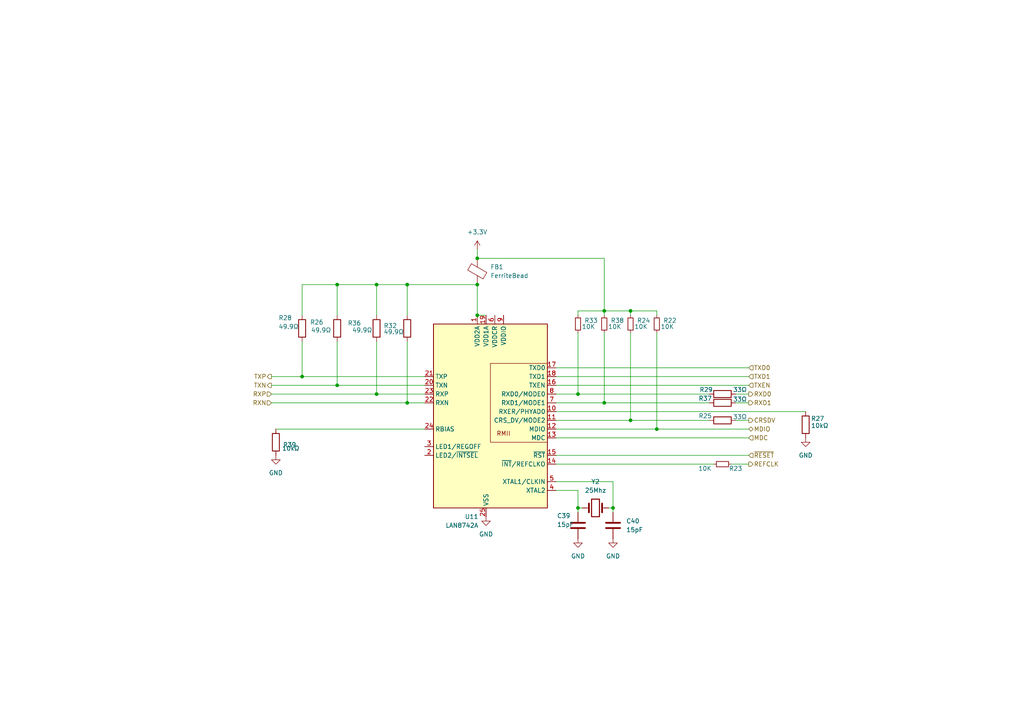
<source format=kicad_sch>
(kicad_sch
	(version 20231120)
	(generator "eeschema")
	(generator_version "8.0")
	(uuid "cb59223c-b42e-461d-a099-55e0b9972945")
	(paper "A4")
	(lib_symbols
		(symbol "Device:C"
			(pin_numbers hide)
			(pin_names
				(offset 0.254)
			)
			(exclude_from_sim no)
			(in_bom yes)
			(on_board yes)
			(property "Reference" "C"
				(at 0.635 2.54 0)
				(effects
					(font
						(size 1.27 1.27)
					)
					(justify left)
				)
			)
			(property "Value" "C"
				(at 0.635 -2.54 0)
				(effects
					(font
						(size 1.27 1.27)
					)
					(justify left)
				)
			)
			(property "Footprint" ""
				(at 0.9652 -3.81 0)
				(effects
					(font
						(size 1.27 1.27)
					)
					(hide yes)
				)
			)
			(property "Datasheet" "~"
				(at 0 0 0)
				(effects
					(font
						(size 1.27 1.27)
					)
					(hide yes)
				)
			)
			(property "Description" "Unpolarized capacitor"
				(at 0 0 0)
				(effects
					(font
						(size 1.27 1.27)
					)
					(hide yes)
				)
			)
			(property "ki_keywords" "cap capacitor"
				(at 0 0 0)
				(effects
					(font
						(size 1.27 1.27)
					)
					(hide yes)
				)
			)
			(property "ki_fp_filters" "C_*"
				(at 0 0 0)
				(effects
					(font
						(size 1.27 1.27)
					)
					(hide yes)
				)
			)
			(symbol "C_0_1"
				(polyline
					(pts
						(xy -2.032 -0.762) (xy 2.032 -0.762)
					)
					(stroke
						(width 0.508)
						(type default)
					)
					(fill
						(type none)
					)
				)
				(polyline
					(pts
						(xy -2.032 0.762) (xy 2.032 0.762)
					)
					(stroke
						(width 0.508)
						(type default)
					)
					(fill
						(type none)
					)
				)
			)
			(symbol "C_1_1"
				(pin passive line
					(at 0 3.81 270)
					(length 2.794)
					(name "~"
						(effects
							(font
								(size 1.27 1.27)
							)
						)
					)
					(number "1"
						(effects
							(font
								(size 1.27 1.27)
							)
						)
					)
				)
				(pin passive line
					(at 0 -3.81 90)
					(length 2.794)
					(name "~"
						(effects
							(font
								(size 1.27 1.27)
							)
						)
					)
					(number "2"
						(effects
							(font
								(size 1.27 1.27)
							)
						)
					)
				)
			)
		)
		(symbol "Device:Crystal"
			(pin_numbers hide)
			(pin_names
				(offset 1.016) hide)
			(exclude_from_sim no)
			(in_bom yes)
			(on_board yes)
			(property "Reference" "Y601"
				(at 0 -7.62 0)
				(effects
					(font
						(size 1.27 1.27)
					)
				)
			)
			(property "Value" "25Mhz"
				(at 0 -5.08 0)
				(effects
					(font
						(size 1.27 1.27)
					)
				)
			)
			(property "Footprint" "Crystal:Crystal_SMD_SeikoEpson_FA238-4Pin_3.2x2.5mm"
				(at 0 0 0)
				(effects
					(font
						(size 1.27 1.27)
					)
					(hide yes)
				)
			)
			(property "Datasheet" "~"
				(at 0 0 0)
				(effects
					(font
						(size 1.27 1.27)
					)
					(hide yes)
				)
			)
			(property "Description" "Two pin crystal"
				(at 0 0 0)
				(effects
					(font
						(size 1.27 1.27)
					)
					(hide yes)
				)
			)
			(property "ki_keywords" "quartz ceramic resonator oscillator"
				(at 0 0 0)
				(effects
					(font
						(size 1.27 1.27)
					)
					(hide yes)
				)
			)
			(property "ki_fp_filters" "Crystal*"
				(at 0 0 0)
				(effects
					(font
						(size 1.27 1.27)
					)
					(hide yes)
				)
			)
			(symbol "Crystal_0_1"
				(rectangle
					(start -1.143 2.54)
					(end 1.143 -2.54)
					(stroke
						(width 0.3048)
						(type default)
					)
					(fill
						(type none)
					)
				)
				(polyline
					(pts
						(xy -2.54 0) (xy -1.905 0)
					)
					(stroke
						(width 0)
						(type default)
					)
					(fill
						(type none)
					)
				)
				(polyline
					(pts
						(xy -1.905 -1.27) (xy -1.905 1.27)
					)
					(stroke
						(width 0.508)
						(type default)
					)
					(fill
						(type none)
					)
				)
				(polyline
					(pts
						(xy 1.905 -1.27) (xy 1.905 1.27)
					)
					(stroke
						(width 0.508)
						(type default)
					)
					(fill
						(type none)
					)
				)
				(polyline
					(pts
						(xy 2.54 0) (xy 1.905 0)
					)
					(stroke
						(width 0)
						(type default)
					)
					(fill
						(type none)
					)
				)
			)
			(symbol "Crystal_1_1"
				(pin passive line
					(at -3.81 0 0)
					(length 1.27)
					(name "1"
						(effects
							(font
								(size 1.27 1.27)
							)
						)
					)
					(number "1"
						(effects
							(font
								(size 1.27 1.27)
							)
						)
					)
				)
				(pin passive line
					(at 3.81 0 180)
					(length 1.27)
					(name "2"
						(effects
							(font
								(size 1.27 1.27)
							)
						)
					)
					(number "3"
						(effects
							(font
								(size 1.27 1.27)
							)
						)
					)
				)
			)
		)
		(symbol "Device:FerriteBead"
			(pin_numbers hide)
			(pin_names
				(offset 0)
			)
			(exclude_from_sim no)
			(in_bom yes)
			(on_board yes)
			(property "Reference" "FB"
				(at -3.81 0.635 90)
				(effects
					(font
						(size 1.27 1.27)
					)
				)
			)
			(property "Value" "FerriteBead"
				(at 3.81 0 90)
				(effects
					(font
						(size 1.27 1.27)
					)
				)
			)
			(property "Footprint" ""
				(at -1.778 0 90)
				(effects
					(font
						(size 1.27 1.27)
					)
					(hide yes)
				)
			)
			(property "Datasheet" "~"
				(at 0 0 0)
				(effects
					(font
						(size 1.27 1.27)
					)
					(hide yes)
				)
			)
			(property "Description" "Ferrite bead"
				(at 0 0 0)
				(effects
					(font
						(size 1.27 1.27)
					)
					(hide yes)
				)
			)
			(property "ki_keywords" "L ferrite bead inductor filter"
				(at 0 0 0)
				(effects
					(font
						(size 1.27 1.27)
					)
					(hide yes)
				)
			)
			(property "ki_fp_filters" "Inductor_* L_* *Ferrite*"
				(at 0 0 0)
				(effects
					(font
						(size 1.27 1.27)
					)
					(hide yes)
				)
			)
			(symbol "FerriteBead_0_1"
				(polyline
					(pts
						(xy 0 -1.27) (xy 0 -1.2192)
					)
					(stroke
						(width 0)
						(type default)
					)
					(fill
						(type none)
					)
				)
				(polyline
					(pts
						(xy 0 1.27) (xy 0 1.2954)
					)
					(stroke
						(width 0)
						(type default)
					)
					(fill
						(type none)
					)
				)
				(polyline
					(pts
						(xy -2.7686 0.4064) (xy -1.7018 2.2606) (xy 2.7686 -0.3048) (xy 1.6764 -2.159) (xy -2.7686 0.4064)
					)
					(stroke
						(width 0)
						(type default)
					)
					(fill
						(type none)
					)
				)
			)
			(symbol "FerriteBead_1_1"
				(pin passive line
					(at 0 3.81 270)
					(length 2.54)
					(name "~"
						(effects
							(font
								(size 1.27 1.27)
							)
						)
					)
					(number "1"
						(effects
							(font
								(size 1.27 1.27)
							)
						)
					)
				)
				(pin passive line
					(at 0 -3.81 90)
					(length 2.54)
					(name "~"
						(effects
							(font
								(size 1.27 1.27)
							)
						)
					)
					(number "2"
						(effects
							(font
								(size 1.27 1.27)
							)
						)
					)
				)
			)
		)
		(symbol "Device:R"
			(pin_numbers hide)
			(pin_names
				(offset 0)
			)
			(exclude_from_sim no)
			(in_bom yes)
			(on_board yes)
			(property "Reference" "R"
				(at 2.032 0 90)
				(effects
					(font
						(size 1.27 1.27)
					)
				)
			)
			(property "Value" "R"
				(at 0 0 90)
				(effects
					(font
						(size 1.27 1.27)
					)
				)
			)
			(property "Footprint" ""
				(at -1.778 0 90)
				(effects
					(font
						(size 1.27 1.27)
					)
					(hide yes)
				)
			)
			(property "Datasheet" "~"
				(at 0 0 0)
				(effects
					(font
						(size 1.27 1.27)
					)
					(hide yes)
				)
			)
			(property "Description" "Resistor"
				(at 0 0 0)
				(effects
					(font
						(size 1.27 1.27)
					)
					(hide yes)
				)
			)
			(property "ki_keywords" "R res resistor"
				(at 0 0 0)
				(effects
					(font
						(size 1.27 1.27)
					)
					(hide yes)
				)
			)
			(property "ki_fp_filters" "R_*"
				(at 0 0 0)
				(effects
					(font
						(size 1.27 1.27)
					)
					(hide yes)
				)
			)
			(symbol "R_0_1"
				(rectangle
					(start -1.016 -2.54)
					(end 1.016 2.54)
					(stroke
						(width 0.254)
						(type default)
					)
					(fill
						(type none)
					)
				)
			)
			(symbol "R_1_1"
				(pin passive line
					(at 0 3.81 270)
					(length 1.27)
					(name "~"
						(effects
							(font
								(size 1.27 1.27)
							)
						)
					)
					(number "1"
						(effects
							(font
								(size 1.27 1.27)
							)
						)
					)
				)
				(pin passive line
					(at 0 -3.81 90)
					(length 1.27)
					(name "~"
						(effects
							(font
								(size 1.27 1.27)
							)
						)
					)
					(number "2"
						(effects
							(font
								(size 1.27 1.27)
							)
						)
					)
				)
			)
		)
		(symbol "Device:R_Small"
			(pin_numbers hide)
			(pin_names
				(offset 0.254) hide)
			(exclude_from_sim no)
			(in_bom yes)
			(on_board yes)
			(property "Reference" "R"
				(at 0.762 0.508 0)
				(effects
					(font
						(size 1.27 1.27)
					)
					(justify left)
				)
			)
			(property "Value" "R_Small"
				(at 0.762 -1.016 0)
				(effects
					(font
						(size 1.27 1.27)
					)
					(justify left)
				)
			)
			(property "Footprint" ""
				(at 0 0 0)
				(effects
					(font
						(size 1.27 1.27)
					)
					(hide yes)
				)
			)
			(property "Datasheet" "~"
				(at 0 0 0)
				(effects
					(font
						(size 1.27 1.27)
					)
					(hide yes)
				)
			)
			(property "Description" "Resistor, small symbol"
				(at 0 0 0)
				(effects
					(font
						(size 1.27 1.27)
					)
					(hide yes)
				)
			)
			(property "ki_keywords" "R resistor"
				(at 0 0 0)
				(effects
					(font
						(size 1.27 1.27)
					)
					(hide yes)
				)
			)
			(property "ki_fp_filters" "R_*"
				(at 0 0 0)
				(effects
					(font
						(size 1.27 1.27)
					)
					(hide yes)
				)
			)
			(symbol "R_Small_0_1"
				(rectangle
					(start -0.762 1.778)
					(end 0.762 -1.778)
					(stroke
						(width 0.2032)
						(type default)
					)
					(fill
						(type none)
					)
				)
			)
			(symbol "R_Small_1_1"
				(pin passive line
					(at 0 2.54 270)
					(length 0.762)
					(name "~"
						(effects
							(font
								(size 1.27 1.27)
							)
						)
					)
					(number "1"
						(effects
							(font
								(size 1.27 1.27)
							)
						)
					)
				)
				(pin passive line
					(at 0 -2.54 90)
					(length 0.762)
					(name "~"
						(effects
							(font
								(size 1.27 1.27)
							)
						)
					)
					(number "2"
						(effects
							(font
								(size 1.27 1.27)
							)
						)
					)
				)
			)
		)
		(symbol "Interface_Ethernet:LAN8742A"
			(exclude_from_sim no)
			(in_bom yes)
			(on_board yes)
			(property "Reference" "U"
				(at -13.97 29.21 0)
				(effects
					(font
						(size 1.27 1.27)
					)
					(justify right)
				)
			)
			(property "Value" "LAN8742A"
				(at 15.24 29.21 0)
				(effects
					(font
						(size 1.27 1.27)
					)
					(justify right)
				)
			)
			(property "Footprint" "Package_DFN_QFN:VQFN-24-1EP_4x4mm_P0.5mm_EP2.5x2.5mm_ThermalVias"
				(at 1.27 -26.67 0)
				(effects
					(font
						(size 1.27 1.27)
					)
					(justify left)
					(hide yes)
				)
			)
			(property "Datasheet" "http://ww1.microchip.com/downloads/en/DeviceDoc/8742a.pdf"
				(at 0 -39.37 0)
				(effects
					(font
						(size 1.27 1.27)
					)
					(hide yes)
				)
			)
			(property "Description" "LAN8720 Ethernet PHY with RMII interface, QFN-24"
				(at 0 0 0)
				(effects
					(font
						(size 1.27 1.27)
					)
					(hide yes)
				)
			)
			(property "ki_keywords" "ETH PHY RMII"
				(at 0 0 0)
				(effects
					(font
						(size 1.27 1.27)
					)
					(hide yes)
				)
			)
			(property "ki_fp_filters" "VQFN*1EP*4x4mm*P0.5mm*"
				(at 0 0 0)
				(effects
					(font
						(size 1.27 1.27)
					)
					(hide yes)
				)
			)
			(symbol "LAN8742A_0_0"
				(text "RMII"
					(at -5.08 -3.81 0)
					(effects
						(font
							(size 1.27 1.27)
						)
					)
				)
			)
			(symbol "LAN8742A_0_1"
				(rectangle
					(start -17.78 27.94)
					(end 15.24 -25.4)
					(stroke
						(width 0.254)
						(type default)
					)
					(fill
						(type background)
					)
				)
				(polyline
					(pts
						(xy -17.78 -6.35) (xy -1.27 -6.35) (xy -1.27 16.51) (xy -17.78 16.51)
					)
					(stroke
						(width 0)
						(type default)
					)
					(fill
						(type none)
					)
				)
			)
			(symbol "LAN8742A_1_1"
				(pin power_in line
					(at 2.54 30.48 270)
					(length 2.54)
					(name "VDD2A"
						(effects
							(font
								(size 1.27 1.27)
							)
						)
					)
					(number "1"
						(effects
							(font
								(size 1.27 1.27)
							)
						)
					)
				)
				(pin output line
					(at -20.32 2.54 0)
					(length 2.54)
					(name "RXER/PHYAD0"
						(effects
							(font
								(size 1.27 1.27)
							)
						)
					)
					(number "10"
						(effects
							(font
								(size 1.27 1.27)
							)
						)
					)
				)
				(pin bidirectional line
					(at -20.32 0 0)
					(length 2.54)
					(name "CRS_DV/MODE2"
						(effects
							(font
								(size 1.27 1.27)
							)
						)
					)
					(number "11"
						(effects
							(font
								(size 1.27 1.27)
							)
						)
					)
				)
				(pin bidirectional line
					(at -20.32 -2.54 0)
					(length 2.54)
					(name "MDIO"
						(effects
							(font
								(size 1.27 1.27)
							)
						)
					)
					(number "12"
						(effects
							(font
								(size 1.27 1.27)
							)
						)
					)
				)
				(pin input line
					(at -20.32 -5.08 0)
					(length 2.54)
					(name "MDC"
						(effects
							(font
								(size 1.27 1.27)
							)
						)
					)
					(number "13"
						(effects
							(font
								(size 1.27 1.27)
							)
						)
					)
				)
				(pin output line
					(at -20.32 -12.7 0)
					(length 2.54)
					(name "~{INT}/REFCLKO"
						(effects
							(font
								(size 1.27 1.27)
							)
						)
					)
					(number "14"
						(effects
							(font
								(size 1.27 1.27)
							)
						)
					)
				)
				(pin input line
					(at -20.32 -10.16 0)
					(length 2.54)
					(name "~{RST}"
						(effects
							(font
								(size 1.27 1.27)
							)
						)
					)
					(number "15"
						(effects
							(font
								(size 1.27 1.27)
							)
						)
					)
				)
				(pin input line
					(at -20.32 10.16 0)
					(length 2.54)
					(name "TXEN"
						(effects
							(font
								(size 1.27 1.27)
							)
						)
					)
					(number "16"
						(effects
							(font
								(size 1.27 1.27)
							)
						)
					)
				)
				(pin input line
					(at -20.32 15.24 0)
					(length 2.54)
					(name "TXD0"
						(effects
							(font
								(size 1.27 1.27)
							)
						)
					)
					(number "17"
						(effects
							(font
								(size 1.27 1.27)
							)
						)
					)
				)
				(pin input line
					(at -20.32 12.7 0)
					(length 2.54)
					(name "TXD1"
						(effects
							(font
								(size 1.27 1.27)
							)
						)
					)
					(number "18"
						(effects
							(font
								(size 1.27 1.27)
							)
						)
					)
				)
				(pin power_in line
					(at 0 30.48 270)
					(length 2.54)
					(name "VDD1A"
						(effects
							(font
								(size 1.27 1.27)
							)
						)
					)
					(number "19"
						(effects
							(font
								(size 1.27 1.27)
							)
						)
					)
				)
				(pin bidirectional line
					(at 17.78 -10.16 180)
					(length 2.54)
					(name "LED2/~{INTSEL}"
						(effects
							(font
								(size 1.27 1.27)
							)
						)
					)
					(number "2"
						(effects
							(font
								(size 1.27 1.27)
							)
						)
					)
					(alternate "~{INT}/~{INTSEL}" output line)
					(alternate "~{PME}/~{INTSEL}" output line)
				)
				(pin passive line
					(at 17.78 10.16 180)
					(length 2.54)
					(name "TXN"
						(effects
							(font
								(size 1.27 1.27)
							)
						)
					)
					(number "20"
						(effects
							(font
								(size 1.27 1.27)
							)
						)
					)
				)
				(pin passive line
					(at 17.78 12.7 180)
					(length 2.54)
					(name "TXP"
						(effects
							(font
								(size 1.27 1.27)
							)
						)
					)
					(number "21"
						(effects
							(font
								(size 1.27 1.27)
							)
						)
					)
				)
				(pin passive line
					(at 17.78 5.08 180)
					(length 2.54)
					(name "RXN"
						(effects
							(font
								(size 1.27 1.27)
							)
						)
					)
					(number "22"
						(effects
							(font
								(size 1.27 1.27)
							)
						)
					)
				)
				(pin passive line
					(at 17.78 7.62 180)
					(length 2.54)
					(name "RXP"
						(effects
							(font
								(size 1.27 1.27)
							)
						)
					)
					(number "23"
						(effects
							(font
								(size 1.27 1.27)
							)
						)
					)
				)
				(pin passive line
					(at 17.78 -2.54 180)
					(length 2.54)
					(name "RBIAS"
						(effects
							(font
								(size 1.27 1.27)
							)
						)
					)
					(number "24"
						(effects
							(font
								(size 1.27 1.27)
							)
						)
					)
				)
				(pin power_in line
					(at 0 -27.94 90)
					(length 2.54)
					(name "VSS"
						(effects
							(font
								(size 1.27 1.27)
							)
						)
					)
					(number "25"
						(effects
							(font
								(size 1.27 1.27)
							)
						)
					)
				)
				(pin bidirectional line
					(at 17.78 -7.62 180)
					(length 2.54)
					(name "LED1/REGOFF"
						(effects
							(font
								(size 1.27 1.27)
							)
						)
					)
					(number "3"
						(effects
							(font
								(size 1.27 1.27)
							)
						)
					)
					(alternate "~{INT}/REGOFF" bidirectional line)
					(alternate "~{PME}/REGOFF" bidirectional line)
				)
				(pin output line
					(at -20.32 -20.32 0)
					(length 2.54)
					(name "XTAL2"
						(effects
							(font
								(size 1.27 1.27)
							)
						)
					)
					(number "4"
						(effects
							(font
								(size 1.27 1.27)
							)
						)
					)
				)
				(pin input line
					(at -20.32 -17.78 0)
					(length 2.54)
					(name "XTAL1/CLKIN"
						(effects
							(font
								(size 1.27 1.27)
							)
						)
					)
					(number "5"
						(effects
							(font
								(size 1.27 1.27)
							)
						)
					)
				)
				(pin power_in line
					(at -2.54 30.48 270)
					(length 2.54)
					(name "VDDCR"
						(effects
							(font
								(size 1.27 1.27)
							)
						)
					)
					(number "6"
						(effects
							(font
								(size 1.27 1.27)
							)
						)
					)
				)
				(pin bidirectional line
					(at -20.32 5.08 0)
					(length 2.54)
					(name "RXD1/MODE1"
						(effects
							(font
								(size 1.27 1.27)
							)
						)
					)
					(number "7"
						(effects
							(font
								(size 1.27 1.27)
							)
						)
					)
				)
				(pin bidirectional line
					(at -20.32 7.62 0)
					(length 2.54)
					(name "RXD0/MODE0"
						(effects
							(font
								(size 1.27 1.27)
							)
						)
					)
					(number "8"
						(effects
							(font
								(size 1.27 1.27)
							)
						)
					)
				)
				(pin power_in line
					(at -5.08 30.48 270)
					(length 2.54)
					(name "VDDIO"
						(effects
							(font
								(size 1.27 1.27)
							)
						)
					)
					(number "9"
						(effects
							(font
								(size 1.27 1.27)
							)
						)
					)
				)
			)
		)
		(symbol "power:+3.3V"
			(power)
			(pin_numbers hide)
			(pin_names
				(offset 0) hide)
			(exclude_from_sim no)
			(in_bom yes)
			(on_board yes)
			(property "Reference" "#PWR"
				(at 0 -3.81 0)
				(effects
					(font
						(size 1.27 1.27)
					)
					(hide yes)
				)
			)
			(property "Value" "+3.3V"
				(at 0 3.556 0)
				(effects
					(font
						(size 1.27 1.27)
					)
				)
			)
			(property "Footprint" ""
				(at 0 0 0)
				(effects
					(font
						(size 1.27 1.27)
					)
					(hide yes)
				)
			)
			(property "Datasheet" ""
				(at 0 0 0)
				(effects
					(font
						(size 1.27 1.27)
					)
					(hide yes)
				)
			)
			(property "Description" "Power symbol creates a global label with name \"+3.3V\""
				(at 0 0 0)
				(effects
					(font
						(size 1.27 1.27)
					)
					(hide yes)
				)
			)
			(property "ki_keywords" "global power"
				(at 0 0 0)
				(effects
					(font
						(size 1.27 1.27)
					)
					(hide yes)
				)
			)
			(symbol "+3.3V_0_1"
				(polyline
					(pts
						(xy -0.762 1.27) (xy 0 2.54)
					)
					(stroke
						(width 0)
						(type default)
					)
					(fill
						(type none)
					)
				)
				(polyline
					(pts
						(xy 0 0) (xy 0 2.54)
					)
					(stroke
						(width 0)
						(type default)
					)
					(fill
						(type none)
					)
				)
				(polyline
					(pts
						(xy 0 2.54) (xy 0.762 1.27)
					)
					(stroke
						(width 0)
						(type default)
					)
					(fill
						(type none)
					)
				)
			)
			(symbol "+3.3V_1_1"
				(pin power_in line
					(at 0 0 90)
					(length 0)
					(name "~"
						(effects
							(font
								(size 1.27 1.27)
							)
						)
					)
					(number "1"
						(effects
							(font
								(size 1.27 1.27)
							)
						)
					)
				)
			)
		)
		(symbol "power:GND"
			(power)
			(pin_numbers hide)
			(pin_names
				(offset 0) hide)
			(exclude_from_sim no)
			(in_bom yes)
			(on_board yes)
			(property "Reference" "#PWR"
				(at 0 -6.35 0)
				(effects
					(font
						(size 1.27 1.27)
					)
					(hide yes)
				)
			)
			(property "Value" "GND"
				(at 0 -3.81 0)
				(effects
					(font
						(size 1.27 1.27)
					)
				)
			)
			(property "Footprint" ""
				(at 0 0 0)
				(effects
					(font
						(size 1.27 1.27)
					)
					(hide yes)
				)
			)
			(property "Datasheet" ""
				(at 0 0 0)
				(effects
					(font
						(size 1.27 1.27)
					)
					(hide yes)
				)
			)
			(property "Description" "Power symbol creates a global label with name \"GND\" , ground"
				(at 0 0 0)
				(effects
					(font
						(size 1.27 1.27)
					)
					(hide yes)
				)
			)
			(property "ki_keywords" "global power"
				(at 0 0 0)
				(effects
					(font
						(size 1.27 1.27)
					)
					(hide yes)
				)
			)
			(symbol "GND_0_1"
				(polyline
					(pts
						(xy 0 0) (xy 0 -1.27) (xy 1.27 -1.27) (xy 0 -2.54) (xy -1.27 -1.27) (xy 0 -1.27)
					)
					(stroke
						(width 0)
						(type default)
					)
					(fill
						(type none)
					)
				)
			)
			(symbol "GND_1_1"
				(pin power_in line
					(at 0 0 270)
					(length 0)
					(name "~"
						(effects
							(font
								(size 1.27 1.27)
							)
						)
					)
					(number "1"
						(effects
							(font
								(size 1.27 1.27)
							)
						)
					)
				)
			)
		)
	)
	(junction
		(at 109.22 114.3)
		(diameter 0)
		(color 0 0 0 0)
		(uuid "02545b67-56ce-4051-93b8-993759f35296")
	)
	(junction
		(at 167.64 147.32)
		(diameter 0)
		(color 0 0 0 0)
		(uuid "0d6f066b-e2fb-408c-bda4-df1bb8ee91a4")
	)
	(junction
		(at 118.11 116.84)
		(diameter 0)
		(color 0 0 0 0)
		(uuid "14188b8b-005b-4da1-bc27-876d11bc4027")
	)
	(junction
		(at 138.43 91.44)
		(diameter 0)
		(color 0 0 0 0)
		(uuid "5d6ab3bf-8e79-4929-bee8-a25f9b49897b")
	)
	(junction
		(at 87.63 109.22)
		(diameter 0)
		(color 0 0 0 0)
		(uuid "5d7b896a-6fca-4e4c-a0ec-52fb1558fc45")
	)
	(junction
		(at 138.43 82.55)
		(diameter 0)
		(color 0 0 0 0)
		(uuid "636dff4a-d0cc-480a-9596-0da174343398")
	)
	(junction
		(at 175.26 90.17)
		(diameter 0)
		(color 0 0 0 0)
		(uuid "7c754077-f50b-4d30-9b2e-5c5c7497be94")
	)
	(junction
		(at 118.11 82.55)
		(diameter 0)
		(color 0 0 0 0)
		(uuid "81b37831-0dfd-476a-8afd-f331f717c837")
	)
	(junction
		(at 109.22 82.55)
		(diameter 0)
		(color 0 0 0 0)
		(uuid "b2590ff3-009e-423b-851e-f9fdc0d1cb8c")
	)
	(junction
		(at 190.5 124.46)
		(diameter 0)
		(color 0 0 0 0)
		(uuid "b8817110-0e4e-480e-8d9e-2b77f02e0bbe")
	)
	(junction
		(at 175.26 116.84)
		(diameter 0)
		(color 0 0 0 0)
		(uuid "bb98a5b8-9344-4ff5-b813-24745a507009")
	)
	(junction
		(at 182.88 121.92)
		(diameter 0)
		(color 0 0 0 0)
		(uuid "bd8fa4bd-6dc5-4aa3-82e7-f1be1552b511")
	)
	(junction
		(at 97.79 82.55)
		(diameter 0)
		(color 0 0 0 0)
		(uuid "be65b122-a5f3-4a5e-949e-8b7c694d569f")
	)
	(junction
		(at 167.64 114.3)
		(diameter 0)
		(color 0 0 0 0)
		(uuid "c3bfbd21-b295-4f90-a0b0-540f98120316")
	)
	(junction
		(at 138.43 74.93)
		(diameter 0)
		(color 0 0 0 0)
		(uuid "db8af12a-a8cb-4939-869e-d69d3a9549ce")
	)
	(junction
		(at 177.8 147.32)
		(diameter 0)
		(color 0 0 0 0)
		(uuid "de66ecaf-85ce-40cf-a772-054e068d50bc")
	)
	(junction
		(at 182.88 90.17)
		(diameter 0)
		(color 0 0 0 0)
		(uuid "e0d90042-7e9a-430a-8c20-1ee81bc506e8")
	)
	(junction
		(at 97.79 111.76)
		(diameter 0)
		(color 0 0 0 0)
		(uuid "ec64b6cf-54c5-4ed7-a9f2-9b0d0759498f")
	)
	(wire
		(pts
			(xy 177.8 139.7) (xy 177.8 147.32)
		)
		(stroke
			(width 0)
			(type default)
		)
		(uuid "01c2e235-7611-4dc0-ad05-685fb69a4cc4")
	)
	(wire
		(pts
			(xy 175.26 90.17) (xy 175.26 91.44)
		)
		(stroke
			(width 0)
			(type default)
		)
		(uuid "0a5613a6-a5a3-4706-ac4a-add447a3c8f9")
	)
	(wire
		(pts
			(xy 217.17 132.08) (xy 161.29 132.08)
		)
		(stroke
			(width 0)
			(type default)
		)
		(uuid "15dadac6-53fa-4a74-85a3-9cfd1933b911")
	)
	(wire
		(pts
			(xy 138.43 91.44) (xy 140.97 91.44)
		)
		(stroke
			(width 0)
			(type default)
		)
		(uuid "16ebee26-d23a-45c9-ac20-4af475fcab8f")
	)
	(wire
		(pts
			(xy 175.26 116.84) (xy 161.29 116.84)
		)
		(stroke
			(width 0)
			(type default)
		)
		(uuid "182ace29-6fe6-4d0d-87d3-f6a1f0be222f")
	)
	(wire
		(pts
			(xy 118.11 116.84) (xy 123.19 116.84)
		)
		(stroke
			(width 0)
			(type default)
		)
		(uuid "1976d600-20a1-4271-a5ca-dc976eff7994")
	)
	(wire
		(pts
			(xy 217.17 116.84) (xy 213.36 116.84)
		)
		(stroke
			(width 0)
			(type default)
		)
		(uuid "1bbaec26-ee5d-4974-9446-e74bd1ab6b50")
	)
	(wire
		(pts
			(xy 80.01 124.46) (xy 123.19 124.46)
		)
		(stroke
			(width 0)
			(type default)
		)
		(uuid "1f47a872-6978-4e3f-bab2-7775e80b8e10")
	)
	(wire
		(pts
			(xy 87.63 109.22) (xy 123.19 109.22)
		)
		(stroke
			(width 0)
			(type default)
		)
		(uuid "25580e77-d1be-42dc-bf34-57442a8b2bcb")
	)
	(wire
		(pts
			(xy 217.17 127) (xy 161.29 127)
		)
		(stroke
			(width 0)
			(type default)
		)
		(uuid "2560bfa2-d4f6-406c-89c5-4269bfbc9902")
	)
	(wire
		(pts
			(xy 87.63 91.44) (xy 87.63 82.55)
		)
		(stroke
			(width 0)
			(type default)
		)
		(uuid "27752b9c-5679-488f-9b00-ee17b5ac0078")
	)
	(wire
		(pts
			(xy 161.29 109.22) (xy 217.17 109.22)
		)
		(stroke
			(width 0)
			(type default)
		)
		(uuid "27aa3ec1-9810-4ee1-a738-04170e92f347")
	)
	(wire
		(pts
			(xy 109.22 114.3) (xy 123.19 114.3)
		)
		(stroke
			(width 0)
			(type default)
		)
		(uuid "2b24f05d-b24a-4e11-911a-6022ff4f2073")
	)
	(wire
		(pts
			(xy 217.17 134.62) (xy 212.09 134.62)
		)
		(stroke
			(width 0)
			(type default)
		)
		(uuid "2f08301b-6dbd-408d-ba42-943ea30e274b")
	)
	(wire
		(pts
			(xy 190.5 124.46) (xy 217.17 124.46)
		)
		(stroke
			(width 0)
			(type default)
		)
		(uuid "330f79db-0a87-4835-a84b-48bf7e1ce153")
	)
	(wire
		(pts
			(xy 161.29 142.24) (xy 167.64 142.24)
		)
		(stroke
			(width 0)
			(type default)
		)
		(uuid "3482548d-4d59-4b20-8f90-4f07756a6fde")
	)
	(wire
		(pts
			(xy 97.79 82.55) (xy 109.22 82.55)
		)
		(stroke
			(width 0)
			(type default)
		)
		(uuid "385eb15c-cc58-436b-b65c-1ce7b7963e40")
	)
	(wire
		(pts
			(xy 118.11 82.55) (xy 138.43 82.55)
		)
		(stroke
			(width 0)
			(type default)
		)
		(uuid "3cabc994-2073-4912-82f0-722f0fac1981")
	)
	(wire
		(pts
			(xy 87.63 99.06) (xy 87.63 109.22)
		)
		(stroke
			(width 0)
			(type default)
		)
		(uuid "4cad50f5-361a-4b04-827e-2f78560adc84")
	)
	(wire
		(pts
			(xy 167.64 114.3) (xy 205.74 114.3)
		)
		(stroke
			(width 0)
			(type default)
		)
		(uuid "4f57756d-92b0-490a-a44a-bba734740a44")
	)
	(wire
		(pts
			(xy 118.11 99.06) (xy 118.11 116.84)
		)
		(stroke
			(width 0)
			(type default)
		)
		(uuid "53111899-05fa-46b7-afcb-ffc4067f44cb")
	)
	(wire
		(pts
			(xy 87.63 82.55) (xy 97.79 82.55)
		)
		(stroke
			(width 0)
			(type default)
		)
		(uuid "552c274f-cb46-4063-a308-21f88bd11d44")
	)
	(wire
		(pts
			(xy 175.26 116.84) (xy 205.74 116.84)
		)
		(stroke
			(width 0)
			(type default)
		)
		(uuid "5b20a179-1573-4992-b038-05a7a09b5c18")
	)
	(wire
		(pts
			(xy 217.17 121.92) (xy 213.36 121.92)
		)
		(stroke
			(width 0)
			(type default)
		)
		(uuid "5fdf9405-329a-434b-a43e-b14a097f701c")
	)
	(wire
		(pts
			(xy 167.64 91.44) (xy 167.64 90.17)
		)
		(stroke
			(width 0)
			(type default)
		)
		(uuid "62c04697-4849-4352-b56b-54cd126af7d2")
	)
	(wire
		(pts
			(xy 177.8 148.59) (xy 177.8 147.32)
		)
		(stroke
			(width 0)
			(type default)
		)
		(uuid "6536dca7-9d1b-4006-ae4f-68003fe6e0d4")
	)
	(wire
		(pts
			(xy 190.5 124.46) (xy 161.29 124.46)
		)
		(stroke
			(width 0)
			(type default)
		)
		(uuid "687cde0e-8fa8-4c42-96e5-5c981f8c0b54")
	)
	(wire
		(pts
			(xy 207.01 134.62) (xy 161.29 134.62)
		)
		(stroke
			(width 0)
			(type default)
		)
		(uuid "698ccccd-e664-4675-83b4-5af2333e5158")
	)
	(wire
		(pts
			(xy 175.26 90.17) (xy 167.64 90.17)
		)
		(stroke
			(width 0)
			(type default)
		)
		(uuid "6993303a-8308-4f5f-8332-456c73bde025")
	)
	(wire
		(pts
			(xy 97.79 99.06) (xy 97.79 111.76)
		)
		(stroke
			(width 0)
			(type default)
		)
		(uuid "6c39d038-102b-4e69-aad7-7a23258e2da5")
	)
	(wire
		(pts
			(xy 167.64 96.52) (xy 167.64 114.3)
		)
		(stroke
			(width 0)
			(type default)
		)
		(uuid "700da3da-87e3-4426-8bdc-eb4411e6cd02")
	)
	(wire
		(pts
			(xy 138.43 74.93) (xy 175.26 74.93)
		)
		(stroke
			(width 0)
			(type default)
		)
		(uuid "705c7da1-32de-4136-bde2-c759b6ce9679")
	)
	(wire
		(pts
			(xy 182.88 90.17) (xy 182.88 91.44)
		)
		(stroke
			(width 0)
			(type default)
		)
		(uuid "74e2b253-f99a-45b0-bf15-daae3501813b")
	)
	(wire
		(pts
			(xy 182.88 96.52) (xy 182.88 121.92)
		)
		(stroke
			(width 0)
			(type default)
		)
		(uuid "7bea1f1a-7aa4-4f38-8c53-5e8393cb5c18")
	)
	(wire
		(pts
			(xy 167.64 114.3) (xy 161.29 114.3)
		)
		(stroke
			(width 0)
			(type default)
		)
		(uuid "7c688f7d-4779-427d-b679-b00924d92b19")
	)
	(wire
		(pts
			(xy 213.36 114.3) (xy 217.17 114.3)
		)
		(stroke
			(width 0)
			(type default)
		)
		(uuid "8dd8f546-a7ed-468c-b25e-9ffecd8f8cd1")
	)
	(wire
		(pts
			(xy 109.22 82.55) (xy 118.11 82.55)
		)
		(stroke
			(width 0)
			(type default)
		)
		(uuid "90887313-fa86-4da0-8423-edd3cf4e777d")
	)
	(wire
		(pts
			(xy 167.64 147.32) (xy 168.91 147.32)
		)
		(stroke
			(width 0)
			(type default)
		)
		(uuid "99bd8b9f-1ec1-4c7d-8c11-55f5f1705f5a")
	)
	(wire
		(pts
			(xy 97.79 111.76) (xy 123.19 111.76)
		)
		(stroke
			(width 0)
			(type default)
		)
		(uuid "9d4501ce-cee3-40d4-8911-969165ef5f13")
	)
	(wire
		(pts
			(xy 97.79 82.55) (xy 97.79 91.44)
		)
		(stroke
			(width 0)
			(type default)
		)
		(uuid "a047355e-4251-4a68-8291-f764c3ead367")
	)
	(wire
		(pts
			(xy 217.17 111.76) (xy 161.29 111.76)
		)
		(stroke
			(width 0)
			(type default)
		)
		(uuid "a494f1fd-1e17-4822-a56c-c648a3772785")
	)
	(wire
		(pts
			(xy 78.74 111.76) (xy 97.79 111.76)
		)
		(stroke
			(width 0)
			(type default)
		)
		(uuid "a8dc655c-ae18-4ebb-8553-f52669f62c4e")
	)
	(wire
		(pts
			(xy 177.8 147.32) (xy 176.53 147.32)
		)
		(stroke
			(width 0)
			(type default)
		)
		(uuid "a8dce044-179d-479e-8879-e105541964f7")
	)
	(wire
		(pts
			(xy 109.22 99.06) (xy 109.22 114.3)
		)
		(stroke
			(width 0)
			(type default)
		)
		(uuid "aa0f8460-b61a-4f34-8ce2-b817132617c4")
	)
	(wire
		(pts
			(xy 118.11 82.55) (xy 118.11 91.44)
		)
		(stroke
			(width 0)
			(type default)
		)
		(uuid "aba5738b-70a4-4ccd-b1c2-061f462a995c")
	)
	(wire
		(pts
			(xy 217.17 106.68) (xy 161.29 106.68)
		)
		(stroke
			(width 0)
			(type default)
		)
		(uuid "b25a14d5-7866-4a66-ac98-61401a42a08a")
	)
	(wire
		(pts
			(xy 78.74 109.22) (xy 87.63 109.22)
		)
		(stroke
			(width 0)
			(type default)
		)
		(uuid "b2be5170-1f04-4b3c-8373-8f86d1efd0ba")
	)
	(wire
		(pts
			(xy 182.88 121.92) (xy 161.29 121.92)
		)
		(stroke
			(width 0)
			(type default)
		)
		(uuid "b4b61bc3-fb6d-4db9-a1b1-28c46d48347d")
	)
	(wire
		(pts
			(xy 167.64 142.24) (xy 167.64 147.32)
		)
		(stroke
			(width 0)
			(type default)
		)
		(uuid "bc1e73a7-99e2-40b5-84dc-9c3f28b1e292")
	)
	(wire
		(pts
			(xy 78.74 114.3) (xy 109.22 114.3)
		)
		(stroke
			(width 0)
			(type default)
		)
		(uuid "cf0aae29-fce3-4d97-9bdd-639d045933b4")
	)
	(wire
		(pts
			(xy 175.26 90.17) (xy 182.88 90.17)
		)
		(stroke
			(width 0)
			(type default)
		)
		(uuid "dadf9ea3-fc50-4bfd-a3f3-c39c9566af3a")
	)
	(wire
		(pts
			(xy 109.22 82.55) (xy 109.22 91.44)
		)
		(stroke
			(width 0)
			(type default)
		)
		(uuid "daeb57b5-b831-4dbe-aece-9cf171ee58cb")
	)
	(wire
		(pts
			(xy 78.74 116.84) (xy 118.11 116.84)
		)
		(stroke
			(width 0)
			(type default)
		)
		(uuid "dc2cc2e8-d14e-41cd-ba03-7f5852c34546")
	)
	(wire
		(pts
			(xy 233.68 119.38) (xy 161.29 119.38)
		)
		(stroke
			(width 0)
			(type default)
		)
		(uuid "dc669b0d-1e9a-4a48-90b9-e80473714268")
	)
	(wire
		(pts
			(xy 138.43 74.93) (xy 138.43 72.39)
		)
		(stroke
			(width 0)
			(type default)
		)
		(uuid "e165e065-e99f-4373-9d44-4123174afffc")
	)
	(wire
		(pts
			(xy 167.64 148.59) (xy 167.64 147.32)
		)
		(stroke
			(width 0)
			(type default)
		)
		(uuid "e91808f6-f7bd-4ce3-9f99-658ca61f0150")
	)
	(wire
		(pts
			(xy 182.88 121.92) (xy 205.74 121.92)
		)
		(stroke
			(width 0)
			(type default)
		)
		(uuid "edbda3a2-f691-435d-bfe1-15d5bba93c6d")
	)
	(wire
		(pts
			(xy 177.8 139.7) (xy 161.29 139.7)
		)
		(stroke
			(width 0)
			(type default)
		)
		(uuid "eefbd1ec-923b-4a57-9389-4be1f1a9038c")
	)
	(wire
		(pts
			(xy 190.5 90.17) (xy 182.88 90.17)
		)
		(stroke
			(width 0)
			(type default)
		)
		(uuid "efd4918c-4a08-4b38-97ed-83fe9385746c")
	)
	(wire
		(pts
			(xy 190.5 96.52) (xy 190.5 124.46)
		)
		(stroke
			(width 0)
			(type default)
		)
		(uuid "f362a217-f49f-4c5b-9c1e-0e70e1232a50")
	)
	(wire
		(pts
			(xy 175.26 74.93) (xy 175.26 90.17)
		)
		(stroke
			(width 0)
			(type default)
		)
		(uuid "f7701cd3-db17-424b-946c-69f84eae7776")
	)
	(wire
		(pts
			(xy 190.5 91.44) (xy 190.5 90.17)
		)
		(stroke
			(width 0)
			(type default)
		)
		(uuid "f9708a17-c21e-4a9b-948b-4ffe6adba4a5")
	)
	(wire
		(pts
			(xy 175.26 96.52) (xy 175.26 116.84)
		)
		(stroke
			(width 0)
			(type default)
		)
		(uuid "fabd3b5a-a1d5-413f-9ac9-e7a5d32c1a0c")
	)
	(wire
		(pts
			(xy 138.43 82.55) (xy 138.43 91.44)
		)
		(stroke
			(width 0)
			(type default)
		)
		(uuid "fd906a85-a77d-463c-b9a7-af25e75aa5c5")
	)
	(hierarchical_label "RXN"
		(shape input)
		(at 78.74 116.84 180)
		(fields_autoplaced yes)
		(effects
			(font
				(size 1.27 1.27)
			)
			(justify right)
		)
		(uuid "06fb3142-4b7c-4eeb-8dc8-423e4f1fc2bb")
	)
	(hierarchical_label "CRSDV"
		(shape output)
		(at 217.17 121.92 0)
		(fields_autoplaced yes)
		(effects
			(font
				(size 1.27 1.27)
			)
			(justify left)
		)
		(uuid "2e205413-b914-4d06-ba5d-0e41d706b400")
	)
	(hierarchical_label "TXP"
		(shape output)
		(at 78.74 109.22 180)
		(fields_autoplaced yes)
		(effects
			(font
				(size 1.27 1.27)
			)
			(justify right)
		)
		(uuid "58b35194-c09c-4215-a322-3fa3369255d0")
	)
	(hierarchical_label "RXP"
		(shape input)
		(at 78.74 114.3 180)
		(fields_autoplaced yes)
		(effects
			(font
				(size 1.27 1.27)
			)
			(justify right)
		)
		(uuid "6509c63f-32f6-4e6a-a363-d764c38aef87")
	)
	(hierarchical_label "REFCLK"
		(shape output)
		(at 217.17 134.62 0)
		(fields_autoplaced yes)
		(effects
			(font
				(size 1.27 1.27)
			)
			(justify left)
		)
		(uuid "684ccb9c-2689-4a41-977d-9f5946c22850")
	)
	(hierarchical_label "TXD0"
		(shape input)
		(at 217.17 106.68 0)
		(fields_autoplaced yes)
		(effects
			(font
				(size 1.27 1.27)
			)
			(justify left)
		)
		(uuid "69833eb4-dbef-42f9-a2ca-4d571489b682")
	)
	(hierarchical_label "RXD1"
		(shape output)
		(at 217.17 116.84 0)
		(fields_autoplaced yes)
		(effects
			(font
				(size 1.27 1.27)
			)
			(justify left)
		)
		(uuid "846eecd1-4a69-4ceb-8d33-fea34f34e931")
	)
	(hierarchical_label "TXD1"
		(shape input)
		(at 217.17 109.22 0)
		(fields_autoplaced yes)
		(effects
			(font
				(size 1.27 1.27)
			)
			(justify left)
		)
		(uuid "8ba50040-52bc-44b5-a892-8c152bd0c4a0")
	)
	(hierarchical_label "MDC"
		(shape input)
		(at 217.17 127 0)
		(fields_autoplaced yes)
		(effects
			(font
				(size 1.27 1.27)
			)
			(justify left)
		)
		(uuid "a8e5373a-9310-4da2-9792-0aa4eb9c03a1")
	)
	(hierarchical_label "~{RESET}"
		(shape input)
		(at 217.17 132.08 0)
		(fields_autoplaced yes)
		(effects
			(font
				(size 1.27 1.27)
			)
			(justify left)
		)
		(uuid "b133734e-6182-4d12-97fe-8eaed03b0b18")
	)
	(hierarchical_label "RXD0"
		(shape output)
		(at 217.17 114.3 0)
		(fields_autoplaced yes)
		(effects
			(font
				(size 1.27 1.27)
			)
			(justify left)
		)
		(uuid "b6251db5-897d-4674-8d3d-087fbdbf14e9")
	)
	(hierarchical_label "TXEN"
		(shape input)
		(at 217.17 111.76 0)
		(fields_autoplaced yes)
		(effects
			(font
				(size 1.27 1.27)
			)
			(justify left)
		)
		(uuid "c6da77b4-1fbe-4382-9a6b-bd8516e33d01")
	)
	(hierarchical_label "MDIO"
		(shape bidirectional)
		(at 217.17 124.46 0)
		(fields_autoplaced yes)
		(effects
			(font
				(size 1.27 1.27)
			)
			(justify left)
		)
		(uuid "cd778ead-7a5d-4abe-ad0a-0bcf63d4228a")
	)
	(hierarchical_label "TXN"
		(shape output)
		(at 78.74 111.76 180)
		(fields_autoplaced yes)
		(effects
			(font
				(size 1.27 1.27)
			)
			(justify right)
		)
		(uuid "ce79e290-cf8d-4106-8f6f-c645786ddaab")
	)
	(symbol
		(lib_id "Device:R")
		(at 209.55 116.84 90)
		(unit 1)
		(exclude_from_sim no)
		(in_bom yes)
		(on_board yes)
		(dnp no)
		(uuid "0198fa10-f1d5-4d5f-a958-bf883008f279")
		(property "Reference" "R37"
			(at 206.502 115.57 90)
			(effects
				(font
					(size 1.27 1.27)
				)
				(justify left)
			)
		)
		(property "Value" "33Ω"
			(at 216.662 115.824 90)
			(effects
				(font
					(size 1.27 1.27)
				)
				(justify left)
			)
		)
		(property "Footprint" "Resistor_SMD:R_0603_1608Metric_Pad0.98x0.95mm_HandSolder"
			(at 209.55 118.618 90)
			(effects
				(font
					(size 1.27 1.27)
				)
				(hide yes)
			)
		)
		(property "Datasheet" "~"
			(at 209.55 116.84 0)
			(effects
				(font
					(size 1.27 1.27)
				)
				(hide yes)
			)
		)
		(property "Description" "Resistor"
			(at 209.55 116.84 0)
			(effects
				(font
					(size 1.27 1.27)
				)
				(hide yes)
			)
		)
		(pin "2"
			(uuid "e90ad782-2837-47a1-8eb7-01660f11abc8")
		)
		(pin "1"
			(uuid "016fac8a-fc22-47be-a902-3549158541c8")
		)
		(instances
			(project "mainboard4"
				(path "/dd07ab80-a59c-44f4-ac7d-849e21e1384e/4fc6aed4-b6ec-46a7-b9d1-1f9060000df7"
					(reference "R37")
					(unit 1)
				)
			)
		)
	)
	(symbol
		(lib_id "Device:R")
		(at 109.22 95.25 0)
		(unit 1)
		(exclude_from_sim no)
		(in_bom yes)
		(on_board yes)
		(dnp no)
		(uuid "0ddf8a85-3916-4301-9636-2dd2231c9085")
		(property "Reference" "R36"
			(at 100.838 93.726 0)
			(effects
				(font
					(size 1.27 1.27)
				)
				(justify left)
			)
		)
		(property "Value" "49.9Ω"
			(at 102.108 95.758 0)
			(effects
				(font
					(size 1.27 1.27)
				)
				(justify left)
			)
		)
		(property "Footprint" "Resistor_SMD:R_0603_1608Metric_Pad0.98x0.95mm_HandSolder"
			(at 107.442 95.25 90)
			(effects
				(font
					(size 1.27 1.27)
				)
				(hide yes)
			)
		)
		(property "Datasheet" "~"
			(at 109.22 95.25 0)
			(effects
				(font
					(size 1.27 1.27)
				)
				(hide yes)
			)
		)
		(property "Description" "Resistor"
			(at 109.22 95.25 0)
			(effects
				(font
					(size 1.27 1.27)
				)
				(hide yes)
			)
		)
		(pin "2"
			(uuid "f4cedf16-8439-4472-a401-8ddddccd5c6c")
		)
		(pin "1"
			(uuid "af5688db-73f1-491a-afc1-313d1c8b63aa")
		)
		(instances
			(project "mainboard4"
				(path "/dd07ab80-a59c-44f4-ac7d-849e21e1384e/4fc6aed4-b6ec-46a7-b9d1-1f9060000df7"
					(reference "R36")
					(unit 1)
				)
			)
		)
	)
	(symbol
		(lib_id "power:+3.3V")
		(at 138.43 72.39 0)
		(unit 1)
		(exclude_from_sim no)
		(in_bom yes)
		(on_board yes)
		(dnp no)
		(fields_autoplaced yes)
		(uuid "33e8b44e-7085-4726-950e-57a570967155")
		(property "Reference" "#PWR01201"
			(at 138.43 76.2 0)
			(effects
				(font
					(size 1.27 1.27)
				)
				(hide yes)
			)
		)
		(property "Value" "+3.3V"
			(at 138.43 67.31 0)
			(effects
				(font
					(size 1.27 1.27)
				)
			)
		)
		(property "Footprint" ""
			(at 138.43 72.39 0)
			(effects
				(font
					(size 1.27 1.27)
				)
				(hide yes)
			)
		)
		(property "Datasheet" ""
			(at 138.43 72.39 0)
			(effects
				(font
					(size 1.27 1.27)
				)
				(hide yes)
			)
		)
		(property "Description" "Power symbol creates a global label with name \"+3.3V\""
			(at 138.43 72.39 0)
			(effects
				(font
					(size 1.27 1.27)
				)
				(hide yes)
			)
		)
		(pin "1"
			(uuid "760404a2-9cb8-4982-8da5-85ce7b161e70")
		)
		(instances
			(project "mainboard4"
				(path "/dd07ab80-a59c-44f4-ac7d-849e21e1384e/4fc6aed4-b6ec-46a7-b9d1-1f9060000df7"
					(reference "#PWR01201")
					(unit 1)
				)
			)
		)
	)
	(symbol
		(lib_id "Device:R")
		(at 80.01 128.27 0)
		(unit 1)
		(exclude_from_sim no)
		(in_bom yes)
		(on_board yes)
		(dnp no)
		(uuid "4e61e282-5e0b-42bc-9125-642d0ef1c528")
		(property "Reference" "R39"
			(at 82.042 129.032 0)
			(effects
				(font
					(size 1.27 1.27)
				)
				(justify left)
			)
		)
		(property "Value" "10kΩ"
			(at 81.788 130.048 0)
			(effects
				(font
					(size 1.27 1.27)
				)
				(justify left)
			)
		)
		(property "Footprint" "Resistor_SMD:R_0603_1608Metric_Pad0.98x0.95mm_HandSolder"
			(at 78.232 128.27 90)
			(effects
				(font
					(size 1.27 1.27)
				)
				(hide yes)
			)
		)
		(property "Datasheet" "~"
			(at 80.01 128.27 0)
			(effects
				(font
					(size 1.27 1.27)
				)
				(hide yes)
			)
		)
		(property "Description" "Resistor"
			(at 80.01 128.27 0)
			(effects
				(font
					(size 1.27 1.27)
				)
				(hide yes)
			)
		)
		(pin "2"
			(uuid "e52c8f39-fa50-46ee-b969-fb6fcabe8b4f")
		)
		(pin "1"
			(uuid "7997e595-39e9-4935-b039-bedec85587d1")
		)
		(instances
			(project "mainboard4"
				(path "/dd07ab80-a59c-44f4-ac7d-849e21e1384e/4fc6aed4-b6ec-46a7-b9d1-1f9060000df7"
					(reference "R39")
					(unit 1)
				)
			)
		)
	)
	(symbol
		(lib_id "Device:R")
		(at 87.63 95.25 0)
		(unit 1)
		(exclude_from_sim no)
		(in_bom yes)
		(on_board yes)
		(dnp no)
		(uuid "5d3c2079-abbf-4513-a770-17f6b0edfa28")
		(property "Reference" "R28"
			(at 80.772 92.202 0)
			(effects
				(font
					(size 1.27 1.27)
				)
				(justify left)
			)
		)
		(property "Value" "49.9Ω"
			(at 80.772 94.742 0)
			(effects
				(font
					(size 1.27 1.27)
				)
				(justify left)
			)
		)
		(property "Footprint" "Resistor_SMD:R_0603_1608Metric_Pad0.98x0.95mm_HandSolder"
			(at 85.852 95.25 90)
			(effects
				(font
					(size 1.27 1.27)
				)
				(hide yes)
			)
		)
		(property "Datasheet" "~"
			(at 87.63 95.25 0)
			(effects
				(font
					(size 1.27 1.27)
				)
				(hide yes)
			)
		)
		(property "Description" "Resistor"
			(at 87.63 95.25 0)
			(effects
				(font
					(size 1.27 1.27)
				)
				(hide yes)
			)
		)
		(pin "2"
			(uuid "61f38f44-7548-4a5d-b051-33c2be1b53b2")
		)
		(pin "1"
			(uuid "44545f87-0515-4439-92a0-9efb9f86bc1e")
		)
		(instances
			(project "mainboard4"
				(path "/dd07ab80-a59c-44f4-ac7d-849e21e1384e/4fc6aed4-b6ec-46a7-b9d1-1f9060000df7"
					(reference "R28")
					(unit 1)
				)
			)
		)
	)
	(symbol
		(lib_id "power:GND")
		(at 167.64 156.21 0)
		(unit 1)
		(exclude_from_sim no)
		(in_bom yes)
		(on_board yes)
		(dnp no)
		(fields_autoplaced yes)
		(uuid "615fee25-438c-4bd6-960f-9a6f0f08e5c5")
		(property "Reference" "#PWR0101"
			(at 167.64 162.56 0)
			(effects
				(font
					(size 1.27 1.27)
				)
				(hide yes)
			)
		)
		(property "Value" "GND"
			(at 167.64 161.29 0)
			(effects
				(font
					(size 1.27 1.27)
				)
			)
		)
		(property "Footprint" ""
			(at 167.64 156.21 0)
			(effects
				(font
					(size 1.27 1.27)
				)
				(hide yes)
			)
		)
		(property "Datasheet" ""
			(at 167.64 156.21 0)
			(effects
				(font
					(size 1.27 1.27)
				)
				(hide yes)
			)
		)
		(property "Description" "Power symbol creates a global label with name \"GND\" , ground"
			(at 167.64 156.21 0)
			(effects
				(font
					(size 1.27 1.27)
				)
				(hide yes)
			)
		)
		(pin "1"
			(uuid "21f741a2-a8bd-423b-a1a0-1dd37009364f")
		)
		(instances
			(project "mainboard4"
				(path "/dd07ab80-a59c-44f4-ac7d-849e21e1384e/4fc6aed4-b6ec-46a7-b9d1-1f9060000df7"
					(reference "#PWR0101")
					(unit 1)
				)
			)
		)
	)
	(symbol
		(lib_id "Interface_Ethernet:LAN8742A")
		(at 140.97 121.92 0)
		(mirror y)
		(unit 1)
		(exclude_from_sim no)
		(in_bom yes)
		(on_board yes)
		(dnp no)
		(uuid "62ae85ff-eb86-43c1-8139-8b323a3dc802")
		(property "Reference" "U11"
			(at 138.7759 149.86 0)
			(effects
				(font
					(size 1.27 1.27)
				)
				(justify left)
			)
		)
		(property "Value" "LAN8742A"
			(at 138.7759 152.4 0)
			(effects
				(font
					(size 1.27 1.27)
				)
				(justify left)
			)
		)
		(property "Footprint" "Package_DFN_QFN:VQFN-24-1EP_4x4mm_P0.5mm_EP2.5x2.5mm"
			(at 139.7 148.59 0)
			(effects
				(font
					(size 1.27 1.27)
				)
				(justify left)
				(hide yes)
			)
		)
		(property "Datasheet" "http://ww1.microchip.com/downloads/en/DeviceDoc/8742a.pdf"
			(at 140.97 161.29 0)
			(effects
				(font
					(size 1.27 1.27)
				)
				(hide yes)
			)
		)
		(property "Description" "LAN8720 Ethernet PHY with RMII interface, QFN-24"
			(at 140.97 121.92 0)
			(effects
				(font
					(size 1.27 1.27)
				)
				(hide yes)
			)
		)
		(pin "21"
			(uuid "73a61148-ea44-4036-bb74-b170b97f9fe4")
		)
		(pin "23"
			(uuid "149a7cee-ca20-48fd-a59a-92bdfd1d3f4c")
		)
		(pin "25"
			(uuid "79f104ff-d7ad-4a47-9de4-1c5a8f523ddd")
		)
		(pin "8"
			(uuid "4016fa60-e020-4146-b759-281bd07b4967")
		)
		(pin "9"
			(uuid "8291d703-e81e-4398-a660-57d7cfbf07da")
		)
		(pin "2"
			(uuid "30ea583d-7b16-4926-9aac-d654b0dff78d")
		)
		(pin "14"
			(uuid "800b91ab-238c-4366-b497-e4088857534b")
		)
		(pin "18"
			(uuid "c8675ce9-fb1d-425f-a75a-d174995534af")
		)
		(pin "17"
			(uuid "216f01d3-42f5-4ebe-8225-7dfbcaba61a0")
		)
		(pin "22"
			(uuid "c799aee0-3bf9-4ecc-bc6b-0645e57fdc15")
		)
		(pin "5"
			(uuid "476fba70-b740-4045-9019-3a8bf2eddd80")
		)
		(pin "13"
			(uuid "76fa3164-ad48-4ae3-ab8a-4c3b55110bd9")
		)
		(pin "11"
			(uuid "9b81a7df-41b1-4e65-93ce-837ad785e70d")
		)
		(pin "10"
			(uuid "49f0bec6-0186-4cbd-905e-927938e0c528")
		)
		(pin "20"
			(uuid "fad17386-08bf-4f9d-a2a5-b92528f808ca")
		)
		(pin "12"
			(uuid "47bfdb23-8211-4f7e-aac5-38dafad48ed7")
		)
		(pin "16"
			(uuid "2e51c443-caa1-40fc-ba36-ca8da63f6213")
		)
		(pin "3"
			(uuid "63c2d1cf-036a-4c77-97d1-359dc159e436")
		)
		(pin "15"
			(uuid "6190a284-5a80-4834-a874-4ace6ef29282")
		)
		(pin "24"
			(uuid "f5941a2a-d127-4df5-a9dd-5a48e1815235")
		)
		(pin "19"
			(uuid "09224737-a990-4002-aaa8-948271410181")
		)
		(pin "4"
			(uuid "3a8a26ec-2804-4325-aeeb-f24a731830bc")
		)
		(pin "6"
			(uuid "b54a3331-9da2-4cc8-a7f7-bc43d32f5777")
		)
		(pin "7"
			(uuid "7dbc3845-8406-4fc0-99c8-74c32703f9c2")
		)
		(pin "1"
			(uuid "8d6e3765-06cb-4423-a42f-679d6fd8aeb0")
		)
		(instances
			(project "mainboard4"
				(path "/dd07ab80-a59c-44f4-ac7d-849e21e1384e/4fc6aed4-b6ec-46a7-b9d1-1f9060000df7"
					(reference "U11")
					(unit 1)
				)
			)
		)
	)
	(symbol
		(lib_id "Device:R")
		(at 209.55 114.3 90)
		(unit 1)
		(exclude_from_sim no)
		(in_bom yes)
		(on_board yes)
		(dnp no)
		(uuid "64de38cf-152b-4e41-8b29-e0a76bc34fbb")
		(property "Reference" "R29"
			(at 206.756 113.03 90)
			(effects
				(font
					(size 1.27 1.27)
				)
				(justify left)
			)
		)
		(property "Value" "33Ω"
			(at 216.662 113.03 90)
			(effects
				(font
					(size 1.27 1.27)
				)
				(justify left)
			)
		)
		(property "Footprint" "Resistor_SMD:R_0603_1608Metric_Pad0.98x0.95mm_HandSolder"
			(at 209.55 116.078 90)
			(effects
				(font
					(size 1.27 1.27)
				)
				(hide yes)
			)
		)
		(property "Datasheet" "~"
			(at 209.55 114.3 0)
			(effects
				(font
					(size 1.27 1.27)
				)
				(hide yes)
			)
		)
		(property "Description" "Resistor"
			(at 209.55 114.3 0)
			(effects
				(font
					(size 1.27 1.27)
				)
				(hide yes)
			)
		)
		(pin "2"
			(uuid "bc9f32bc-868c-41cc-909d-0410facdb3df")
		)
		(pin "1"
			(uuid "6c533379-fc88-4488-80fb-52a5b6801f68")
		)
		(instances
			(project "mainboard4"
				(path "/dd07ab80-a59c-44f4-ac7d-849e21e1384e/4fc6aed4-b6ec-46a7-b9d1-1f9060000df7"
					(reference "R29")
					(unit 1)
				)
			)
		)
	)
	(symbol
		(lib_id "Device:R")
		(at 118.11 95.25 0)
		(unit 1)
		(exclude_from_sim no)
		(in_bom yes)
		(on_board yes)
		(dnp no)
		(uuid "69285574-4d6f-4d58-b5b8-ce383211e7ec")
		(property "Reference" "R32"
			(at 111.252 94.488 0)
			(effects
				(font
					(size 1.27 1.27)
				)
				(justify left)
			)
		)
		(property "Value" "49.9Ω"
			(at 111.252 96.266 0)
			(effects
				(font
					(size 1.27 1.27)
				)
				(justify left)
			)
		)
		(property "Footprint" "Resistor_SMD:R_0603_1608Metric_Pad0.98x0.95mm_HandSolder"
			(at 116.332 95.25 90)
			(effects
				(font
					(size 1.27 1.27)
				)
				(hide yes)
			)
		)
		(property "Datasheet" "~"
			(at 118.11 95.25 0)
			(effects
				(font
					(size 1.27 1.27)
				)
				(hide yes)
			)
		)
		(property "Description" "Resistor"
			(at 118.11 95.25 0)
			(effects
				(font
					(size 1.27 1.27)
				)
				(hide yes)
			)
		)
		(pin "2"
			(uuid "fe427325-8c8d-406f-86af-ce538ead15d3")
		)
		(pin "1"
			(uuid "a2a6fdeb-e223-43c6-8987-8fb7b763c45a")
		)
		(instances
			(project "mainboard4"
				(path "/dd07ab80-a59c-44f4-ac7d-849e21e1384e/4fc6aed4-b6ec-46a7-b9d1-1f9060000df7"
					(reference "R32")
					(unit 1)
				)
			)
		)
	)
	(symbol
		(lib_id "power:GND")
		(at 177.8 156.21 0)
		(unit 1)
		(exclude_from_sim no)
		(in_bom yes)
		(on_board yes)
		(dnp no)
		(fields_autoplaced yes)
		(uuid "7ad3be93-a61f-47bb-8f47-435a2669db06")
		(property "Reference" "#PWR0102"
			(at 177.8 162.56 0)
			(effects
				(font
					(size 1.27 1.27)
				)
				(hide yes)
			)
		)
		(property "Value" "GND"
			(at 177.8 161.29 0)
			(effects
				(font
					(size 1.27 1.27)
				)
			)
		)
		(property "Footprint" ""
			(at 177.8 156.21 0)
			(effects
				(font
					(size 1.27 1.27)
				)
				(hide yes)
			)
		)
		(property "Datasheet" ""
			(at 177.8 156.21 0)
			(effects
				(font
					(size 1.27 1.27)
				)
				(hide yes)
			)
		)
		(property "Description" "Power symbol creates a global label with name \"GND\" , ground"
			(at 177.8 156.21 0)
			(effects
				(font
					(size 1.27 1.27)
				)
				(hide yes)
			)
		)
		(pin "1"
			(uuid "4dc66063-9b6b-4817-af86-8918095836cd")
		)
		(instances
			(project "mainboard4"
				(path "/dd07ab80-a59c-44f4-ac7d-849e21e1384e/4fc6aed4-b6ec-46a7-b9d1-1f9060000df7"
					(reference "#PWR0102")
					(unit 1)
				)
			)
		)
	)
	(symbol
		(lib_id "Device:Crystal")
		(at 172.72 147.32 180)
		(unit 1)
		(exclude_from_sim no)
		(in_bom yes)
		(on_board yes)
		(dnp no)
		(fields_autoplaced yes)
		(uuid "7c2f315a-d53a-4b65-9653-e71894a30f04")
		(property "Reference" "Y2"
			(at 172.72 139.7 0)
			(effects
				(font
					(size 1.27 1.27)
				)
			)
		)
		(property "Value" "25Mhz"
			(at 172.72 142.24 0)
			(effects
				(font
					(size 1.27 1.27)
				)
			)
		)
		(property "Footprint" "Crystal:Crystal_SMD_SeikoEpson_FA238-4Pin_3.2x2.5mm"
			(at 172.72 147.32 0)
			(effects
				(font
					(size 1.27 1.27)
				)
				(hide yes)
			)
		)
		(property "Datasheet" "~"
			(at 172.72 147.32 0)
			(effects
				(font
					(size 1.27 1.27)
				)
				(hide yes)
			)
		)
		(property "Description" "Two pin crystal"
			(at 172.72 147.32 0)
			(effects
				(font
					(size 1.27 1.27)
				)
				(hide yes)
			)
		)
		(pin "3"
			(uuid "9fd9b667-ccc5-4d50-a304-aa7c5022ef91")
		)
		(pin "1"
			(uuid "a9079d6d-9c0b-4cc2-80b5-b394645f40db")
		)
		(instances
			(project "mainboard4"
				(path "/dd07ab80-a59c-44f4-ac7d-849e21e1384e/4fc6aed4-b6ec-46a7-b9d1-1f9060000df7"
					(reference "Y2")
					(unit 1)
				)
			)
		)
	)
	(symbol
		(lib_id "Device:C")
		(at 167.64 152.4 0)
		(unit 1)
		(exclude_from_sim no)
		(in_bom yes)
		(on_board yes)
		(dnp no)
		(uuid "7efae67f-7e19-44d4-942c-86073799a027")
		(property "Reference" "C39"
			(at 161.544 149.606 0)
			(effects
				(font
					(size 1.27 1.27)
				)
				(justify left)
			)
		)
		(property "Value" "15pF"
			(at 161.544 152.146 0)
			(effects
				(font
					(size 1.27 1.27)
				)
				(justify left)
			)
		)
		(property "Footprint" "Capacitor_SMD:C_0603_1608Metric_Pad1.08x0.95mm_HandSolder"
			(at 168.6052 156.21 0)
			(effects
				(font
					(size 1.27 1.27)
				)
				(hide yes)
			)
		)
		(property "Datasheet" "~"
			(at 167.64 152.4 0)
			(effects
				(font
					(size 1.27 1.27)
				)
				(hide yes)
			)
		)
		(property "Description" "Unpolarized capacitor"
			(at 167.64 152.4 0)
			(effects
				(font
					(size 1.27 1.27)
				)
				(hide yes)
			)
		)
		(pin "1"
			(uuid "af099a7b-2c3c-4750-ad18-ee737eea0762")
		)
		(pin "2"
			(uuid "594a9f6b-069f-483a-9bcb-7a6a94eca7c2")
		)
		(instances
			(project ""
				(path "/dd07ab80-a59c-44f4-ac7d-849e21e1384e/4fc6aed4-b6ec-46a7-b9d1-1f9060000df7"
					(reference "C39")
					(unit 1)
				)
			)
		)
	)
	(symbol
		(lib_id "power:GND")
		(at 233.68 127 0)
		(unit 1)
		(exclude_from_sim no)
		(in_bom yes)
		(on_board yes)
		(dnp no)
		(fields_autoplaced yes)
		(uuid "85ce1483-bd38-466a-a7b4-ad2a13075d92")
		(property "Reference" "#PWR031"
			(at 233.68 133.35 0)
			(effects
				(font
					(size 1.27 1.27)
				)
				(hide yes)
			)
		)
		(property "Value" "GND"
			(at 233.68 132.08 0)
			(effects
				(font
					(size 1.27 1.27)
				)
			)
		)
		(property "Footprint" ""
			(at 233.68 127 0)
			(effects
				(font
					(size 1.27 1.27)
				)
				(hide yes)
			)
		)
		(property "Datasheet" ""
			(at 233.68 127 0)
			(effects
				(font
					(size 1.27 1.27)
				)
				(hide yes)
			)
		)
		(property "Description" "Power symbol creates a global label with name \"GND\" , ground"
			(at 233.68 127 0)
			(effects
				(font
					(size 1.27 1.27)
				)
				(hide yes)
			)
		)
		(pin "1"
			(uuid "f621b37f-0054-44de-a490-a7f6b0ac354d")
		)
		(instances
			(project "mainboard4"
				(path "/dd07ab80-a59c-44f4-ac7d-849e21e1384e/4fc6aed4-b6ec-46a7-b9d1-1f9060000df7"
					(reference "#PWR031")
					(unit 1)
				)
			)
		)
	)
	(symbol
		(lib_id "Device:R")
		(at 233.68 123.19 0)
		(unit 1)
		(exclude_from_sim no)
		(in_bom yes)
		(on_board yes)
		(dnp no)
		(uuid "8b44aa76-ad88-4964-b968-9561e1c179d4")
		(property "Reference" "R27"
			(at 235.204 121.412 0)
			(effects
				(font
					(size 1.27 1.27)
				)
				(justify left)
			)
		)
		(property "Value" "10kΩ"
			(at 235.204 123.444 0)
			(effects
				(font
					(size 1.27 1.27)
				)
				(justify left)
			)
		)
		(property "Footprint" "Resistor_SMD:R_0603_1608Metric_Pad0.98x0.95mm_HandSolder"
			(at 231.902 123.19 90)
			(effects
				(font
					(size 1.27 1.27)
				)
				(hide yes)
			)
		)
		(property "Datasheet" "~"
			(at 233.68 123.19 0)
			(effects
				(font
					(size 1.27 1.27)
				)
				(hide yes)
			)
		)
		(property "Description" "Resistor"
			(at 233.68 123.19 0)
			(effects
				(font
					(size 1.27 1.27)
				)
				(hide yes)
			)
		)
		(pin "2"
			(uuid "3dcf25a1-0a76-4b95-90aa-586110b50e1e")
		)
		(pin "1"
			(uuid "cfd24f89-cad0-4a2e-b260-bda1eb395086")
		)
		(instances
			(project "mainboard4"
				(path "/dd07ab80-a59c-44f4-ac7d-849e21e1384e/4fc6aed4-b6ec-46a7-b9d1-1f9060000df7"
					(reference "R27")
					(unit 1)
				)
			)
		)
	)
	(symbol
		(lib_id "power:GND")
		(at 140.97 149.86 0)
		(unit 1)
		(exclude_from_sim no)
		(in_bom yes)
		(on_board yes)
		(dnp no)
		(fields_autoplaced yes)
		(uuid "8eae1d5e-cc53-47b5-80b9-15e2ef213a81")
		(property "Reference" "#PWR0103"
			(at 140.97 156.21 0)
			(effects
				(font
					(size 1.27 1.27)
				)
				(hide yes)
			)
		)
		(property "Value" "GND"
			(at 140.97 154.94 0)
			(effects
				(font
					(size 1.27 1.27)
				)
			)
		)
		(property "Footprint" ""
			(at 140.97 149.86 0)
			(effects
				(font
					(size 1.27 1.27)
				)
				(hide yes)
			)
		)
		(property "Datasheet" ""
			(at 140.97 149.86 0)
			(effects
				(font
					(size 1.27 1.27)
				)
				(hide yes)
			)
		)
		(property "Description" "Power symbol creates a global label with name \"GND\" , ground"
			(at 140.97 149.86 0)
			(effects
				(font
					(size 1.27 1.27)
				)
				(hide yes)
			)
		)
		(pin "1"
			(uuid "2b8b7eca-c562-49dd-9047-c45b407bbcfa")
		)
		(instances
			(project "mainboard4"
				(path "/dd07ab80-a59c-44f4-ac7d-849e21e1384e/4fc6aed4-b6ec-46a7-b9d1-1f9060000df7"
					(reference "#PWR0103")
					(unit 1)
				)
			)
		)
	)
	(symbol
		(lib_id "Device:R")
		(at 97.79 95.25 0)
		(unit 1)
		(exclude_from_sim no)
		(in_bom yes)
		(on_board yes)
		(dnp no)
		(uuid "93b0a4fb-df53-4242-a347-9c2f156e179f")
		(property "Reference" "R26"
			(at 89.916 93.472 0)
			(effects
				(font
					(size 1.27 1.27)
				)
				(justify left)
			)
		)
		(property "Value" "49.9Ω"
			(at 90.17 95.758 0)
			(effects
				(font
					(size 1.27 1.27)
				)
				(justify left)
			)
		)
		(property "Footprint" "Resistor_SMD:R_0603_1608Metric_Pad0.98x0.95mm_HandSolder"
			(at 96.012 95.25 90)
			(effects
				(font
					(size 1.27 1.27)
				)
				(hide yes)
			)
		)
		(property "Datasheet" "~"
			(at 97.79 95.25 0)
			(effects
				(font
					(size 1.27 1.27)
				)
				(hide yes)
			)
		)
		(property "Description" "Resistor"
			(at 97.79 95.25 0)
			(effects
				(font
					(size 1.27 1.27)
				)
				(hide yes)
			)
		)
		(pin "2"
			(uuid "c41b20af-7718-4e08-8e1e-94f2006201a8")
		)
		(pin "1"
			(uuid "78b52acf-4899-4885-9bc6-e22ba420f750")
		)
		(instances
			(project "mainboard4"
				(path "/dd07ab80-a59c-44f4-ac7d-849e21e1384e/4fc6aed4-b6ec-46a7-b9d1-1f9060000df7"
					(reference "R26")
					(unit 1)
				)
			)
		)
	)
	(symbol
		(lib_id "Device:R_Small")
		(at 175.26 93.98 0)
		(mirror y)
		(unit 1)
		(exclude_from_sim no)
		(in_bom yes)
		(on_board yes)
		(dnp no)
		(uuid "a726df7b-84ae-447c-b628-6679fa8c935d")
		(property "Reference" "R38"
			(at 179.07 92.964 0)
			(effects
				(font
					(size 1.27 1.27)
				)
			)
		)
		(property "Value" "10K"
			(at 178.308 94.742 0)
			(effects
				(font
					(size 1.27 1.27)
				)
			)
		)
		(property "Footprint" "Resistor_SMD:R_0603_1608Metric_Pad0.98x0.95mm_HandSolder"
			(at 175.26 93.98 0)
			(effects
				(font
					(size 1.27 1.27)
				)
				(hide yes)
			)
		)
		(property "Datasheet" "~"
			(at 175.26 93.98 0)
			(effects
				(font
					(size 1.27 1.27)
				)
				(hide yes)
			)
		)
		(property "Description" ""
			(at 175.26 93.98 0)
			(effects
				(font
					(size 1.27 1.27)
				)
				(hide yes)
			)
		)
		(property "DESCRIPTION" "Resistor 10K 0603"
			(at 175.26 93.98 0)
			(effects
				(font
					(size 1.27 1.27)
				)
				(hide yes)
			)
		)
		(property "MANUFACTURER" "Yageo"
			(at 175.26 93.98 0)
			(effects
				(font
					(size 1.27 1.27)
				)
				(hide yes)
			)
		)
		(property "MANUFACTURER_PART_NUMBER" "RC0603FR-0710KL"
			(at 175.26 93.98 0)
			(effects
				(font
					(size 1.27 1.27)
				)
				(hide yes)
			)
		)
		(pin "1"
			(uuid "66d70bef-5924-4dea-8ca4-9bbd8107ecfc")
		)
		(pin "2"
			(uuid "d233b49f-0c17-4707-8e81-e2011fd1ecaf")
		)
		(instances
			(project "mainboard4"
				(path "/dd07ab80-a59c-44f4-ac7d-849e21e1384e/4fc6aed4-b6ec-46a7-b9d1-1f9060000df7"
					(reference "R38")
					(unit 1)
				)
			)
		)
	)
	(symbol
		(lib_id "Device:FerriteBead")
		(at 138.43 78.74 0)
		(unit 1)
		(exclude_from_sim no)
		(in_bom yes)
		(on_board yes)
		(dnp no)
		(fields_autoplaced yes)
		(uuid "bebb3681-2b8a-40ff-bb49-9ffe3c9ee3a1")
		(property "Reference" "FB1"
			(at 142.24 77.4191 0)
			(effects
				(font
					(size 1.27 1.27)
				)
				(justify left)
			)
		)
		(property "Value" "FerriteBead"
			(at 142.24 79.9591 0)
			(effects
				(font
					(size 1.27 1.27)
				)
				(justify left)
			)
		)
		(property "Footprint" "Inductor_SMD:L_0603_1608Metric_Pad1.05x0.95mm_HandSolder"
			(at 136.652 78.74 90)
			(effects
				(font
					(size 1.27 1.27)
				)
				(hide yes)
			)
		)
		(property "Datasheet" "~"
			(at 138.43 78.74 0)
			(effects
				(font
					(size 1.27 1.27)
				)
				(hide yes)
			)
		)
		(property "Description" "Ferrite bead"
			(at 138.43 78.74 0)
			(effects
				(font
					(size 1.27 1.27)
				)
				(hide yes)
			)
		)
		(pin "1"
			(uuid "4f336b17-52b7-4908-92f3-88f1f2864d07")
		)
		(pin "2"
			(uuid "a5b4e5a8-4eb1-4f5e-9af9-4a35f1f919d4")
		)
		(instances
			(project "mainboard4"
				(path "/dd07ab80-a59c-44f4-ac7d-849e21e1384e/4fc6aed4-b6ec-46a7-b9d1-1f9060000df7"
					(reference "FB1")
					(unit 1)
				)
			)
		)
	)
	(symbol
		(lib_id "Device:R_Small")
		(at 167.64 93.98 0)
		(mirror y)
		(unit 1)
		(exclude_from_sim no)
		(in_bom yes)
		(on_board yes)
		(dnp no)
		(uuid "c0d88e55-df5b-4cfb-a3c8-d98a909926d5")
		(property "Reference" "R33"
			(at 171.45 92.964 0)
			(effects
				(font
					(size 1.27 1.27)
				)
			)
		)
		(property "Value" "10K"
			(at 170.688 94.742 0)
			(effects
				(font
					(size 1.27 1.27)
				)
			)
		)
		(property "Footprint" "Resistor_SMD:R_0603_1608Metric_Pad0.98x0.95mm_HandSolder"
			(at 167.64 93.98 0)
			(effects
				(font
					(size 1.27 1.27)
				)
				(hide yes)
			)
		)
		(property "Datasheet" "~"
			(at 167.64 93.98 0)
			(effects
				(font
					(size 1.27 1.27)
				)
				(hide yes)
			)
		)
		(property "Description" ""
			(at 167.64 93.98 0)
			(effects
				(font
					(size 1.27 1.27)
				)
				(hide yes)
			)
		)
		(property "DESCRIPTION" "Resistor 10K 0603"
			(at 167.64 93.98 0)
			(effects
				(font
					(size 1.27 1.27)
				)
				(hide yes)
			)
		)
		(property "MANUFACTURER" "Yageo"
			(at 167.64 93.98 0)
			(effects
				(font
					(size 1.27 1.27)
				)
				(hide yes)
			)
		)
		(property "MANUFACTURER_PART_NUMBER" "RC0603FR-0710KL"
			(at 167.64 93.98 0)
			(effects
				(font
					(size 1.27 1.27)
				)
				(hide yes)
			)
		)
		(pin "1"
			(uuid "93b47596-8de7-42ce-98fb-8478d13cef7f")
		)
		(pin "2"
			(uuid "b79882b3-9e29-4257-9ca4-ebd1519401c2")
		)
		(instances
			(project "mainboard4"
				(path "/dd07ab80-a59c-44f4-ac7d-849e21e1384e/4fc6aed4-b6ec-46a7-b9d1-1f9060000df7"
					(reference "R33")
					(unit 1)
				)
			)
		)
	)
	(symbol
		(lib_id "Device:R_Small")
		(at 190.5 93.98 0)
		(mirror y)
		(unit 1)
		(exclude_from_sim no)
		(in_bom yes)
		(on_board yes)
		(dnp no)
		(uuid "c5b9de79-2b96-4520-a346-6db971395d6c")
		(property "Reference" "R22"
			(at 194.31 92.964 0)
			(effects
				(font
					(size 1.27 1.27)
				)
			)
		)
		(property "Value" "10K"
			(at 193.548 94.742 0)
			(effects
				(font
					(size 1.27 1.27)
				)
			)
		)
		(property "Footprint" "Resistor_SMD:R_0603_1608Metric_Pad0.98x0.95mm_HandSolder"
			(at 190.5 93.98 0)
			(effects
				(font
					(size 1.27 1.27)
				)
				(hide yes)
			)
		)
		(property "Datasheet" "~"
			(at 190.5 93.98 0)
			(effects
				(font
					(size 1.27 1.27)
				)
				(hide yes)
			)
		)
		(property "Description" ""
			(at 190.5 93.98 0)
			(effects
				(font
					(size 1.27 1.27)
				)
				(hide yes)
			)
		)
		(property "DESCRIPTION" "Resistor 10K 0603"
			(at 190.5 93.98 0)
			(effects
				(font
					(size 1.27 1.27)
				)
				(hide yes)
			)
		)
		(property "MANUFACTURER" "Yageo"
			(at 190.5 93.98 0)
			(effects
				(font
					(size 1.27 1.27)
				)
				(hide yes)
			)
		)
		(property "MANUFACTURER_PART_NUMBER" "RC0603FR-0710KL"
			(at 190.5 93.98 0)
			(effects
				(font
					(size 1.27 1.27)
				)
				(hide yes)
			)
		)
		(pin "1"
			(uuid "1a1e11fd-7f70-403a-8c22-b4c353b3c7ca")
		)
		(pin "2"
			(uuid "9955e1a1-5493-49d3-bf11-36ad98ca19ff")
		)
		(instances
			(project "mainboard4"
				(path "/dd07ab80-a59c-44f4-ac7d-849e21e1384e/4fc6aed4-b6ec-46a7-b9d1-1f9060000df7"
					(reference "R22")
					(unit 1)
				)
			)
		)
	)
	(symbol
		(lib_id "power:GND")
		(at 80.01 132.08 0)
		(unit 1)
		(exclude_from_sim no)
		(in_bom yes)
		(on_board yes)
		(dnp no)
		(fields_autoplaced yes)
		(uuid "cadf35f5-104f-4f99-bc3b-f043b0e5bcca")
		(property "Reference" "#PWR0104"
			(at 80.01 138.43 0)
			(effects
				(font
					(size 1.27 1.27)
				)
				(hide yes)
			)
		)
		(property "Value" "GND"
			(at 80.01 137.16 0)
			(effects
				(font
					(size 1.27 1.27)
				)
			)
		)
		(property "Footprint" ""
			(at 80.01 132.08 0)
			(effects
				(font
					(size 1.27 1.27)
				)
				(hide yes)
			)
		)
		(property "Datasheet" ""
			(at 80.01 132.08 0)
			(effects
				(font
					(size 1.27 1.27)
				)
				(hide yes)
			)
		)
		(property "Description" "Power symbol creates a global label with name \"GND\" , ground"
			(at 80.01 132.08 0)
			(effects
				(font
					(size 1.27 1.27)
				)
				(hide yes)
			)
		)
		(pin "1"
			(uuid "5fde13b0-9472-424e-a892-02dabad1dc3d")
		)
		(instances
			(project "mainboard4"
				(path "/dd07ab80-a59c-44f4-ac7d-849e21e1384e/4fc6aed4-b6ec-46a7-b9d1-1f9060000df7"
					(reference "#PWR0104")
					(unit 1)
				)
			)
		)
	)
	(symbol
		(lib_id "Device:R_Small")
		(at 209.55 134.62 270)
		(mirror x)
		(unit 1)
		(exclude_from_sim no)
		(in_bom yes)
		(on_board yes)
		(dnp no)
		(uuid "dae87fa4-9118-445b-a540-87ec8867b9a7")
		(property "Reference" "R23"
			(at 213.36 135.89 90)
			(effects
				(font
					(size 1.27 1.27)
				)
			)
		)
		(property "Value" "10K"
			(at 204.47 135.89 90)
			(effects
				(font
					(size 1.27 1.27)
				)
			)
		)
		(property "Footprint" "Resistor_SMD:R_0603_1608Metric_Pad0.98x0.95mm_HandSolder"
			(at 209.55 134.62 0)
			(effects
				(font
					(size 1.27 1.27)
				)
				(hide yes)
			)
		)
		(property "Datasheet" "~"
			(at 209.55 134.62 0)
			(effects
				(font
					(size 1.27 1.27)
				)
				(hide yes)
			)
		)
		(property "Description" ""
			(at 209.55 134.62 0)
			(effects
				(font
					(size 1.27 1.27)
				)
				(hide yes)
			)
		)
		(property "DESCRIPTION" "Resistor 10K 0603"
			(at 209.55 134.62 0)
			(effects
				(font
					(size 1.27 1.27)
				)
				(hide yes)
			)
		)
		(property "MANUFACTURER" "Yageo"
			(at 209.55 134.62 0)
			(effects
				(font
					(size 1.27 1.27)
				)
				(hide yes)
			)
		)
		(property "MANUFACTURER_PART_NUMBER" "RC0603FR-0710KL"
			(at 209.55 134.62 0)
			(effects
				(font
					(size 1.27 1.27)
				)
				(hide yes)
			)
		)
		(pin "1"
			(uuid "31c7422e-7d6b-439f-a2a5-94c5f6bf8354")
		)
		(pin "2"
			(uuid "b3b57285-cbd8-459e-b222-f480c345f90c")
		)
		(instances
			(project "mainboard4"
				(path "/dd07ab80-a59c-44f4-ac7d-849e21e1384e/4fc6aed4-b6ec-46a7-b9d1-1f9060000df7"
					(reference "R23")
					(unit 1)
				)
			)
		)
	)
	(symbol
		(lib_id "Device:C")
		(at 177.8 152.4 0)
		(unit 1)
		(exclude_from_sim no)
		(in_bom yes)
		(on_board yes)
		(dnp no)
		(fields_autoplaced yes)
		(uuid "e0e0e30b-af97-4a18-8fe4-28458be527a9")
		(property "Reference" "C40"
			(at 181.61 151.1299 0)
			(effects
				(font
					(size 1.27 1.27)
				)
				(justify left)
			)
		)
		(property "Value" "15pF"
			(at 181.61 153.6699 0)
			(effects
				(font
					(size 1.27 1.27)
				)
				(justify left)
			)
		)
		(property "Footprint" "Capacitor_SMD:C_0603_1608Metric_Pad1.08x0.95mm_HandSolder"
			(at 178.7652 156.21 0)
			(effects
				(font
					(size 1.27 1.27)
				)
				(hide yes)
			)
		)
		(property "Datasheet" "~"
			(at 177.8 152.4 0)
			(effects
				(font
					(size 1.27 1.27)
				)
				(hide yes)
			)
		)
		(property "Description" "Unpolarized capacitor"
			(at 177.8 152.4 0)
			(effects
				(font
					(size 1.27 1.27)
				)
				(hide yes)
			)
		)
		(pin "1"
			(uuid "b5b40eec-29ac-4338-bb85-e4c91d626970")
		)
		(pin "2"
			(uuid "6fadec84-b4bf-4e72-a48f-2baadbb64411")
		)
		(instances
			(project "mainboard4"
				(path "/dd07ab80-a59c-44f4-ac7d-849e21e1384e/4fc6aed4-b6ec-46a7-b9d1-1f9060000df7"
					(reference "C40")
					(unit 1)
				)
			)
		)
	)
	(symbol
		(lib_id "Device:R_Small")
		(at 182.88 93.98 0)
		(mirror y)
		(unit 1)
		(exclude_from_sim no)
		(in_bom yes)
		(on_board yes)
		(dnp no)
		(uuid "e41c6e8b-4203-46ab-af63-8445c87c5fee")
		(property "Reference" "R24"
			(at 186.69 92.964 0)
			(effects
				(font
					(size 1.27 1.27)
				)
			)
		)
		(property "Value" "10K"
			(at 185.928 94.742 0)
			(effects
				(font
					(size 1.27 1.27)
				)
			)
		)
		(property "Footprint" "Resistor_SMD:R_0603_1608Metric_Pad0.98x0.95mm_HandSolder"
			(at 182.88 93.98 0)
			(effects
				(font
					(size 1.27 1.27)
				)
				(hide yes)
			)
		)
		(property "Datasheet" "~"
			(at 182.88 93.98 0)
			(effects
				(font
					(size 1.27 1.27)
				)
				(hide yes)
			)
		)
		(property "Description" ""
			(at 182.88 93.98 0)
			(effects
				(font
					(size 1.27 1.27)
				)
				(hide yes)
			)
		)
		(property "DESCRIPTION" "Resistor 10K 0603"
			(at 182.88 93.98 0)
			(effects
				(font
					(size 1.27 1.27)
				)
				(hide yes)
			)
		)
		(property "MANUFACTURER" "Yageo"
			(at 182.88 93.98 0)
			(effects
				(font
					(size 1.27 1.27)
				)
				(hide yes)
			)
		)
		(property "MANUFACTURER_PART_NUMBER" "RC0603FR-0710KL"
			(at 182.88 93.98 0)
			(effects
				(font
					(size 1.27 1.27)
				)
				(hide yes)
			)
		)
		(pin "1"
			(uuid "bebd6c73-64e0-4cef-bd03-31c1f91a46e5")
		)
		(pin "2"
			(uuid "271bb5ca-6fe4-4d20-8db1-a5fb1074aa35")
		)
		(instances
			(project "mainboard4"
				(path "/dd07ab80-a59c-44f4-ac7d-849e21e1384e/4fc6aed4-b6ec-46a7-b9d1-1f9060000df7"
					(reference "R24")
					(unit 1)
				)
			)
		)
	)
	(symbol
		(lib_id "Device:R")
		(at 209.55 121.92 90)
		(unit 1)
		(exclude_from_sim no)
		(in_bom yes)
		(on_board yes)
		(dnp no)
		(uuid "ff38788b-6b24-4249-879e-025c2d556979")
		(property "Reference" "R25"
			(at 206.502 120.65 90)
			(effects
				(font
					(size 1.27 1.27)
				)
				(justify left)
			)
		)
		(property "Value" "33Ω"
			(at 216.662 120.904 90)
			(effects
				(font
					(size 1.27 1.27)
				)
				(justify left)
			)
		)
		(property "Footprint" "Resistor_SMD:R_0603_1608Metric_Pad0.98x0.95mm_HandSolder"
			(at 209.55 123.698 90)
			(effects
				(font
					(size 1.27 1.27)
				)
				(hide yes)
			)
		)
		(property "Datasheet" "~"
			(at 209.55 121.92 0)
			(effects
				(font
					(size 1.27 1.27)
				)
				(hide yes)
			)
		)
		(property "Description" "Resistor"
			(at 209.55 121.92 0)
			(effects
				(font
					(size 1.27 1.27)
				)
				(hide yes)
			)
		)
		(pin "2"
			(uuid "de129e3a-b282-45ce-9d7f-b8418cf0a507")
		)
		(pin "1"
			(uuid "f743dfa8-4b8c-4f81-94c2-c84dc7778c83")
		)
		(instances
			(project "mainboard4"
				(path "/dd07ab80-a59c-44f4-ac7d-849e21e1384e/4fc6aed4-b6ec-46a7-b9d1-1f9060000df7"
					(reference "R25")
					(unit 1)
				)
			)
		)
	)
)

</source>
